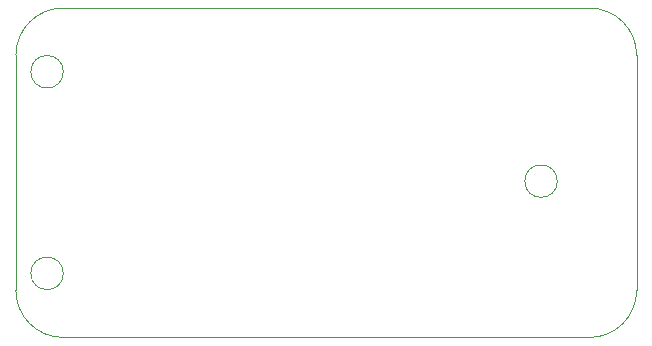
<source format=gbr>
%TF.GenerationSoftware,KiCad,Pcbnew,9.0.0*%
%TF.CreationDate,2025-05-24T09:04:45-07:00*%
%TF.ProjectId,nnv2-smd,6e6e7632-2d73-46d6-942e-6b696361645f,rev?*%
%TF.SameCoordinates,Original*%
%TF.FileFunction,Profile,NP*%
%FSLAX46Y46*%
G04 Gerber Fmt 4.6, Leading zero omitted, Abs format (unit mm)*
G04 Created by KiCad (PCBNEW 9.0.0) date 2025-05-24 09:04:45*
%MOMM*%
%LPD*%
G01*
G04 APERTURE LIST*
%TA.AperFunction,Profile*%
%ADD10C,0.050000*%
%TD*%
G04 APERTURE END LIST*
D10*
X164498428Y-98251573D02*
X164500001Y-78350000D01*
X213061573Y-102251573D02*
X168498427Y-102251571D01*
X168515000Y-79755000D02*
G75*
G02*
X165765000Y-79755000I-1375000J0D01*
G01*
X165765000Y-79755000D02*
G75*
G02*
X168515000Y-79755000I1375000J0D01*
G01*
X210340000Y-89020000D02*
G75*
G02*
X207590000Y-89020000I-1375000J0D01*
G01*
X207590000Y-89020000D02*
G75*
G02*
X210340000Y-89020000I1375000J0D01*
G01*
X213061573Y-74360000D02*
G75*
G02*
X217061573Y-78374696I27J-4000000D01*
G01*
X168498427Y-102251572D02*
G75*
G02*
X164498428Y-98251573I-27J3999972D01*
G01*
X217061572Y-98251573D02*
G75*
G02*
X213061573Y-102251572I-3999972J-27D01*
G01*
X164500000Y-78350000D02*
G75*
G02*
X168498427Y-74361587I3998400J-10000D01*
G01*
X168498427Y-74360000D02*
X213061600Y-74360000D01*
X168515000Y-96825000D02*
G75*
G02*
X165765000Y-96825000I-1375000J0D01*
G01*
X165765000Y-96825000D02*
G75*
G02*
X168515000Y-96825000I1375000J0D01*
G01*
X217061573Y-78374696D02*
X217061573Y-98251573D01*
M02*

</source>
